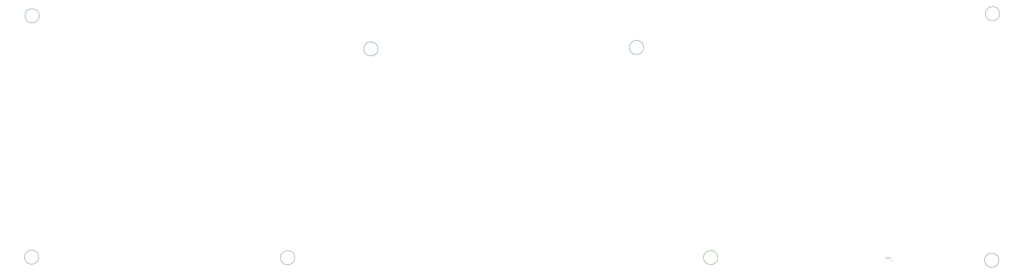
<source format=gbr>
%TF.GenerationSoftware,KiCad,Pcbnew,8.0.1-8.0.1-1~ubuntu22.04.1*%
%TF.CreationDate,2024-03-21T20:32:24+01:00*%
%TF.ProjectId,keyboard_pcb,6b657962-6f61-4726-945f-7063622e6b69,rev?*%
%TF.SameCoordinates,Original*%
%TF.FileFunction,Other,Comment*%
%FSLAX46Y46*%
G04 Gerber Fmt 4.6, Leading zero omitted, Abs format (unit mm)*
G04 Created by KiCad (PCBNEW 8.0.1-8.0.1-1~ubuntu22.04.1) date 2024-03-21 20:32:24*
%MOMM*%
%LPD*%
G01*
G04 APERTURE LIST*
%ADD10C,0.070000*%
%ADD11C,0.150000*%
%ADD12C,0.120000*%
G04 APERTURE END LIST*
D10*
X464388096Y-198017828D02*
X464388096Y-197617828D01*
X464159525Y-198017828D02*
X464330954Y-197789257D01*
X464159525Y-197617828D02*
X464388096Y-197846400D01*
X463988096Y-197808304D02*
X463854763Y-197808304D01*
X463797620Y-198017828D02*
X463988096Y-198017828D01*
X463988096Y-198017828D02*
X463988096Y-197617828D01*
X463988096Y-197617828D02*
X463797620Y-197617828D01*
X463626191Y-197808304D02*
X463492858Y-197808304D01*
X463435715Y-198017828D02*
X463626191Y-198017828D01*
X463626191Y-198017828D02*
X463626191Y-197617828D01*
X463626191Y-197617828D02*
X463435715Y-197617828D01*
X463264286Y-198017828D02*
X463264286Y-197617828D01*
X463264286Y-197617828D02*
X463111905Y-197617828D01*
X463111905Y-197617828D02*
X463073810Y-197636876D01*
X463073810Y-197636876D02*
X463054763Y-197655923D01*
X463054763Y-197655923D02*
X463035715Y-197694019D01*
X463035715Y-197694019D02*
X463035715Y-197751161D01*
X463035715Y-197751161D02*
X463054763Y-197789257D01*
X463054763Y-197789257D02*
X463073810Y-197808304D01*
X463073810Y-197808304D02*
X463111905Y-197827352D01*
X463111905Y-197827352D02*
X463264286Y-197827352D01*
X462788096Y-197617828D02*
X462711905Y-197617828D01*
X462711905Y-197617828D02*
X462673810Y-197636876D01*
X462673810Y-197636876D02*
X462635715Y-197674971D01*
X462635715Y-197674971D02*
X462616667Y-197751161D01*
X462616667Y-197751161D02*
X462616667Y-197884495D01*
X462616667Y-197884495D02*
X462635715Y-197960685D01*
X462635715Y-197960685D02*
X462673810Y-197998781D01*
X462673810Y-197998781D02*
X462711905Y-198017828D01*
X462711905Y-198017828D02*
X462788096Y-198017828D01*
X462788096Y-198017828D02*
X462826191Y-197998781D01*
X462826191Y-197998781D02*
X462864286Y-197960685D01*
X462864286Y-197960685D02*
X462883334Y-197884495D01*
X462883334Y-197884495D02*
X462883334Y-197751161D01*
X462883334Y-197751161D02*
X462864286Y-197674971D01*
X462864286Y-197674971D02*
X462826191Y-197636876D01*
X462826191Y-197636876D02*
X462788096Y-197617828D01*
X462445238Y-197617828D02*
X462445238Y-197941638D01*
X462445238Y-197941638D02*
X462426191Y-197979733D01*
X462426191Y-197979733D02*
X462407143Y-197998781D01*
X462407143Y-197998781D02*
X462369048Y-198017828D01*
X462369048Y-198017828D02*
X462292857Y-198017828D01*
X462292857Y-198017828D02*
X462254762Y-197998781D01*
X462254762Y-197998781D02*
X462235715Y-197979733D01*
X462235715Y-197979733D02*
X462216667Y-197941638D01*
X462216667Y-197941638D02*
X462216667Y-197617828D01*
X462083333Y-197617828D02*
X461854762Y-197617828D01*
X461969048Y-198017828D02*
X461969048Y-197617828D01*
D11*
%TO.C,H5*%
X513300000Y-198850000D02*
G75*
G02*
X506900000Y-198850000I-3200000J0D01*
G01*
X506900000Y-198850000D02*
G75*
G02*
X513300000Y-198850000I3200000J0D01*
G01*
%TO.C,H4*%
X194650000Y-197700000D02*
G75*
G02*
X188250000Y-197700000I-3200000J0D01*
G01*
X188250000Y-197700000D02*
G75*
G02*
X194650000Y-197700000I3200000J0D01*
G01*
%TO.C,H7*%
X78750000Y-197450000D02*
G75*
G02*
X72350000Y-197450000I-3200000J0D01*
G01*
X72350000Y-197450000D02*
G75*
G02*
X78750000Y-197450000I3200000J0D01*
G01*
%TO.C,H2*%
X232300000Y-103100000D02*
G75*
G02*
X225900000Y-103100000I-3200000J0D01*
G01*
X225900000Y-103100000D02*
G75*
G02*
X232300000Y-103100000I3200000J0D01*
G01*
%TO.C,H3*%
X513650000Y-87150000D02*
G75*
G02*
X507250000Y-87150000I-3200000J0D01*
G01*
X507250000Y-87150000D02*
G75*
G02*
X513650000Y-87150000I3200000J0D01*
G01*
%TO.C,H8*%
X386050000Y-197650000D02*
G75*
G02*
X379650000Y-197650000I-3200000J0D01*
G01*
X379650000Y-197650000D02*
G75*
G02*
X386050000Y-197650000I3200000J0D01*
G01*
%TO.C,H6*%
X352550000Y-102450000D02*
G75*
G02*
X346150000Y-102450000I-3200000J0D01*
G01*
X346150000Y-102450000D02*
G75*
G02*
X352550000Y-102450000I3200000J0D01*
G01*
%TO.C,H1*%
X78950000Y-88150000D02*
G75*
G02*
X72550000Y-88150000I-3200000J0D01*
G01*
X72550000Y-88150000D02*
G75*
G02*
X78950000Y-88150000I3200000J0D01*
G01*
D12*
%TO.C,J2*%
X464360009Y-199156948D02*
X464995008Y-199156949D01*
X464995008Y-199156949D02*
X464995009Y-198521948D01*
%TD*%
M02*

</source>
